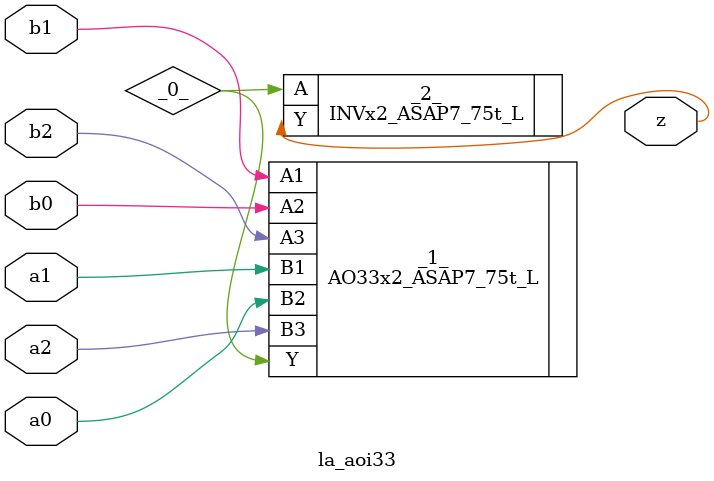
<source format=v>

/* Generated by Yosys 0.44 (git sha1 80ba43d26, g++ 11.4.0-1ubuntu1~22.04 -fPIC -O3) */

(* top =  1  *)
(* src = "inputs/la_aoi33.v:10.1-24.10" *)
module la_aoi33 (
    a0,
    a1,
    a2,
    b0,
    b1,
    b2,
    z
);
  wire _0_;
  (* src = "inputs/la_aoi33.v:13.12-13.14" *)
  input a0;
  wire a0;
  (* src = "inputs/la_aoi33.v:14.12-14.14" *)
  input a1;
  wire a1;
  (* src = "inputs/la_aoi33.v:15.12-15.14" *)
  input a2;
  wire a2;
  (* src = "inputs/la_aoi33.v:16.12-16.14" *)
  input b0;
  wire b0;
  (* src = "inputs/la_aoi33.v:17.12-17.14" *)
  input b1;
  wire b1;
  (* src = "inputs/la_aoi33.v:18.12-18.14" *)
  input b2;
  wire b2;
  (* src = "inputs/la_aoi33.v:19.12-19.13" *)
  output z;
  wire z;
  AO33x2_ASAP7_75t_L _1_ (
      .A1(b1),
      .A2(b0),
      .A3(b2),
      .B1(a1),
      .B2(a0),
      .B3(a2),
      .Y (_0_)
  );
  INVx2_ASAP7_75t_L _2_ (
      .A(_0_),
      .Y(z)
  );
endmodule

</source>
